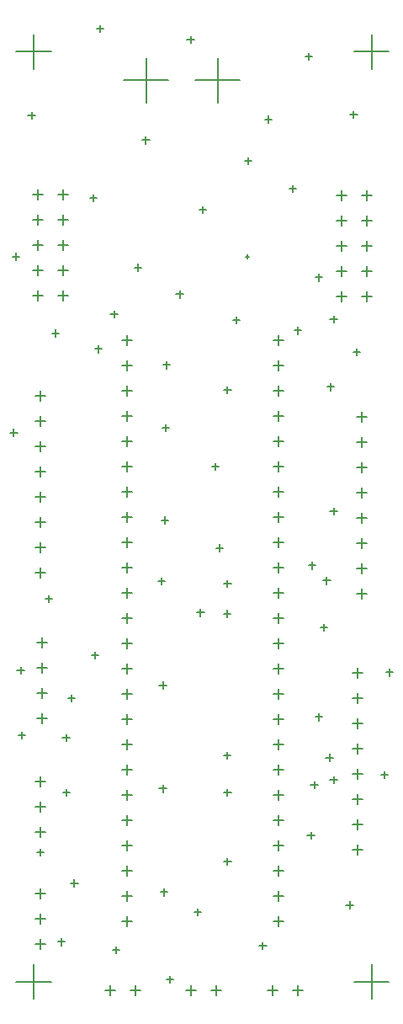
<source format=gbr>
%TF.GenerationSoftware,Altium Limited,Altium Designer,19.1.8 (144)*%
G04 Layer_Color=128*
%FSLAX26Y26*%
%MOIN*%
%TF.FileFunction,Drillmap*%
%TF.Part,Single*%
G01*
G75*
%TA.AperFunction,NonConductor*%
%ADD55C,0.005000*%
D55*
X1419882Y680118D02*
X1460039D01*
X1439961Y660039D02*
Y700197D01*
X1419882Y780118D02*
X1460039D01*
X1439961Y760039D02*
Y800197D01*
X1419882Y880118D02*
X1460039D01*
X1439961Y860039D02*
Y900197D01*
X1419882Y980118D02*
X1460039D01*
X1439961Y960039D02*
Y1000197D01*
X1419882Y1080118D02*
X1460039D01*
X1439961Y1060039D02*
Y1100197D01*
X1419882Y1180118D02*
X1460039D01*
X1439961Y1160039D02*
Y1200197D01*
X1419882Y1280118D02*
X1460039D01*
X1439961Y1260039D02*
Y1300197D01*
X1419882Y1380118D02*
X1460039D01*
X1439961Y1360039D02*
Y1400197D01*
X1082677Y124016D02*
X1122835D01*
X1102756Y103937D02*
Y144095D01*
X1182677Y124016D02*
X1222835D01*
X1202756Y103937D02*
Y144095D01*
X761417Y122047D02*
X801575D01*
X781496Y101969D02*
Y142126D01*
X861417Y122047D02*
X901575D01*
X881496Y101969D02*
Y142126D01*
X439567Y124016D02*
X479724D01*
X459646Y103937D02*
Y144095D01*
X539567Y124016D02*
X579724D01*
X559646Y103937D02*
Y144095D01*
X164961Y306890D02*
X205118D01*
X185039Y286811D02*
Y326969D01*
X164961Y406890D02*
X205118D01*
X185039Y386811D02*
Y426969D01*
X164961Y506890D02*
X205118D01*
X185039Y486811D02*
Y526968D01*
X164961Y749803D02*
X205118D01*
X185039Y729724D02*
Y769882D01*
X164961Y849803D02*
X205118D01*
X185039Y829724D02*
Y869882D01*
X164961Y949803D02*
X205118D01*
X185039Y929724D02*
Y969882D01*
X169882Y1500197D02*
X210039D01*
X189961Y1480118D02*
Y1520276D01*
X169882Y1400197D02*
X210039D01*
X189961Y1380118D02*
Y1420276D01*
X169882Y1200197D02*
X210039D01*
X189961Y1180118D02*
Y1220276D01*
X169882Y1300197D02*
X210039D01*
X189961Y1280118D02*
Y1320276D01*
X1108937Y1097441D02*
X1148937D01*
X1128937Y1077441D02*
Y1117441D01*
X1108937Y1197441D02*
X1148937D01*
X1128937Y1177441D02*
Y1217441D01*
X1108937Y1297441D02*
X1148937D01*
X1128937Y1277441D02*
Y1317441D01*
X1108937Y2697441D02*
X1148937D01*
X1128937Y2677441D02*
Y2717441D01*
X1108937Y2597441D02*
X1148937D01*
X1128937Y2577441D02*
Y2617441D01*
X1108937Y2497441D02*
X1148937D01*
X1128937Y2477441D02*
Y2517441D01*
X508937Y1297441D02*
X548937D01*
X528937Y1277441D02*
Y1317441D01*
X1108937Y997441D02*
X1148937D01*
X1128937Y977441D02*
Y1017441D01*
X1108937Y897441D02*
X1148937D01*
X1128937Y877441D02*
Y917441D01*
X1108937Y797441D02*
X1148937D01*
X1128937Y777441D02*
Y817441D01*
X1108937Y697441D02*
X1148937D01*
X1128937Y677441D02*
Y717441D01*
X1108937Y597441D02*
X1148937D01*
X1128937Y577441D02*
Y617441D01*
X1108937Y497441D02*
X1148937D01*
X1128937Y477441D02*
Y517441D01*
X1108937Y397441D02*
X1148937D01*
X1128937Y377441D02*
Y417441D01*
X508937Y397441D02*
X548937D01*
X528937Y377441D02*
Y417441D01*
X508937Y497441D02*
X548937D01*
X528937Y477441D02*
Y517441D01*
X508937Y597441D02*
X548937D01*
X528937Y577441D02*
Y617441D01*
X508937Y697441D02*
X548937D01*
X528937Y677441D02*
Y717441D01*
X508937Y797441D02*
X548937D01*
X528937Y777441D02*
Y817441D01*
X508937Y897441D02*
X548937D01*
X528937Y877441D02*
Y917441D01*
X508937Y997441D02*
X548937D01*
X528937Y977441D02*
Y1017441D01*
X508937Y1097441D02*
X548937D01*
X528937Y1077441D02*
Y1117441D01*
X508937Y1197441D02*
X548937D01*
X528937Y1177441D02*
Y1217441D01*
X1108937Y2397441D02*
X1148937D01*
X1128937Y2377441D02*
Y2417441D01*
X1108937Y2297441D02*
X1148937D01*
X1128937Y2277441D02*
Y2317441D01*
X1108937Y2197441D02*
X1148937D01*
X1128937Y2177441D02*
Y2217441D01*
X1108937Y2097441D02*
X1148937D01*
X1128937Y2077441D02*
Y2117441D01*
X1108937Y1997441D02*
X1148937D01*
X1128937Y1977441D02*
Y2017441D01*
X1108937Y1897441D02*
X1148937D01*
X1128937Y1877441D02*
Y1917441D01*
X1108937Y1797441D02*
X1148937D01*
X1128937Y1777441D02*
Y1817441D01*
X1108937Y1697441D02*
X1148937D01*
X1128937Y1677441D02*
Y1717441D01*
X1108937Y1597441D02*
X1148937D01*
X1128937Y1577441D02*
Y1617441D01*
X1108937Y1497441D02*
X1148937D01*
X1128937Y1477441D02*
Y1517441D01*
X1108937Y1397441D02*
X1148937D01*
X1128937Y1377441D02*
Y1417441D01*
X508937Y1397441D02*
X548937D01*
X528937Y1377441D02*
Y1417441D01*
X508937Y1497441D02*
X548937D01*
X528937Y1477441D02*
Y1517441D01*
X508937Y1597441D02*
X548937D01*
X528937Y1577441D02*
Y1617441D01*
X508937Y1697441D02*
X548937D01*
X528937Y1677441D02*
Y1717441D01*
X508937Y1797441D02*
X548937D01*
X528937Y1777441D02*
Y1817441D01*
X508937Y1897441D02*
X548937D01*
X528937Y1877441D02*
Y1917441D01*
X508937Y1997441D02*
X548937D01*
X528937Y1977441D02*
Y2017441D01*
X508937Y2097441D02*
X548937D01*
X528937Y2077441D02*
Y2117441D01*
X508937Y2197441D02*
X548937D01*
X528937Y2177441D02*
Y2217441D01*
X508937Y2297441D02*
X548937D01*
X528937Y2277441D02*
Y2317441D01*
X508937Y2397441D02*
X548937D01*
X528937Y2377441D02*
Y2417441D01*
X508937Y2497441D02*
X548937D01*
X528937Y2477441D02*
Y2517441D01*
X508937Y2597441D02*
X548937D01*
X528937Y2577441D02*
Y2617441D01*
X508937Y2697441D02*
X548937D01*
X528937Y2677441D02*
Y2717441D01*
X1438583Y1694094D02*
X1478740D01*
X1458661Y1674016D02*
Y1714173D01*
X1438583Y1794094D02*
X1478740D01*
X1458661Y1774016D02*
Y1814173D01*
X1438583Y1894094D02*
X1478740D01*
X1458661Y1874016D02*
Y1914173D01*
X1438583Y1994094D02*
X1478740D01*
X1458661Y1974016D02*
Y2014173D01*
X1438583Y2094095D02*
X1478740D01*
X1458661Y2074016D02*
Y2114173D01*
X1438583Y2194095D02*
X1478740D01*
X1458661Y2174016D02*
Y2214173D01*
X1438583Y2294095D02*
X1478740D01*
X1458661Y2274016D02*
Y2314173D01*
X1438583Y2394095D02*
X1478740D01*
X1458661Y2374016D02*
Y2414173D01*
X514882Y3725000D02*
X692047D01*
X603465Y3636417D02*
Y3813583D01*
X798346Y3725000D02*
X975512D01*
X886929Y3636417D02*
Y3813583D01*
X1427165Y3838583D02*
X1564961D01*
X1496063Y3769685D02*
Y3907480D01*
X88583Y3838583D02*
X226378D01*
X157480Y3769685D02*
Y3907480D01*
X88583Y157480D02*
X226378D01*
X157480Y88583D02*
Y226378D01*
X1427165Y157480D02*
X1564961D01*
X1496063Y88583D02*
Y226378D01*
X1456299Y3270866D02*
X1496457D01*
X1476378Y3250787D02*
Y3290945D01*
X1456299Y3170866D02*
X1496457D01*
X1476378Y3150787D02*
Y3190945D01*
X1356299Y3270866D02*
X1396457D01*
X1376378Y3250787D02*
Y3290945D01*
X1356299Y3170866D02*
X1396457D01*
X1376378Y3150787D02*
Y3190945D01*
X1356299Y3070866D02*
X1396457D01*
X1376378Y3050787D02*
Y3090945D01*
X1356299Y2970866D02*
X1396457D01*
X1376378Y2950787D02*
Y2990945D01*
X1356299Y2870866D02*
X1396457D01*
X1376378Y2850787D02*
Y2890945D01*
X1456299Y3070866D02*
X1496457D01*
X1476378Y3050787D02*
Y3090945D01*
X1456299Y2970866D02*
X1496457D01*
X1476378Y2950787D02*
Y2990945D01*
X1456299Y2870866D02*
X1496457D01*
X1476378Y2850787D02*
Y2890945D01*
X164961Y2474803D02*
X205118D01*
X185039Y2454724D02*
Y2494882D01*
X164961Y2374803D02*
X205118D01*
X185039Y2354724D02*
Y2394882D01*
X164961Y2274803D02*
X205118D01*
X185039Y2254724D02*
Y2294882D01*
X164961Y2174803D02*
X205118D01*
X185039Y2154724D02*
Y2194882D01*
X164961Y2074803D02*
X205118D01*
X185039Y2054724D02*
Y2094882D01*
X164961Y1974803D02*
X205118D01*
X185039Y1954724D02*
Y1994882D01*
X164961Y1874803D02*
X205118D01*
X185039Y1854724D02*
Y1894882D01*
X164961Y1774803D02*
X205118D01*
X185039Y1754724D02*
Y1794882D01*
X255512Y3272441D02*
X295669D01*
X275591Y3252362D02*
Y3292520D01*
X255512Y3172441D02*
X295669D01*
X275591Y3152362D02*
Y3192520D01*
X155512Y3272441D02*
X195669D01*
X175591Y3252362D02*
Y3292520D01*
X155512Y3172441D02*
X195669D01*
X175591Y3152362D02*
Y3192520D01*
X155512Y3072441D02*
X195669D01*
X175591Y3052362D02*
Y3092520D01*
X155512Y2972441D02*
X195669D01*
X175591Y2952362D02*
Y2992520D01*
X155512Y2872441D02*
X195669D01*
X175591Y2852362D02*
Y2892520D01*
X255512Y3072441D02*
X295669D01*
X275591Y3052362D02*
Y3092520D01*
X255512Y2972441D02*
X295669D01*
X275591Y2952362D02*
Y2992520D01*
X255512Y2872441D02*
X295669D01*
X275591Y2852362D02*
Y2892520D01*
X671043Y2598425D02*
X699035D01*
X685039Y2584429D02*
Y2612421D01*
X667106Y2350394D02*
X695098D01*
X681102Y2336398D02*
Y2364390D01*
X863957Y2196850D02*
X891949D01*
X877953Y2182854D02*
Y2210846D01*
X663169Y1984252D02*
X691161D01*
X677165Y1970256D02*
Y1998248D01*
X879705Y1874016D02*
X907697D01*
X893701Y1860020D02*
Y1888012D01*
X72618Y3027559D02*
X100610D01*
X86614Y3013563D02*
Y3041555D01*
X556870Y2984252D02*
X584862D01*
X570866Y2970256D02*
Y2998248D01*
X399390Y2661417D02*
X427382D01*
X413386Y2647421D02*
Y2675413D01*
X462382Y2799213D02*
X490374D01*
X476378Y2785217D02*
Y2813209D01*
X230099Y2724409D02*
X258091D01*
X244095Y2710413D02*
Y2738405D01*
X64744Y2330709D02*
X92736D01*
X78740Y2316713D02*
Y2344705D01*
X202539Y1673228D02*
X230531D01*
X216535Y1659232D02*
Y1687224D01*
X387579Y1448819D02*
X415571D01*
X401575Y1434823D02*
Y1462815D01*
X293091Y1279528D02*
X321083D01*
X307087Y1265532D02*
Y1293524D01*
X273406Y905512D02*
X301398D01*
X287402Y891516D02*
Y919508D01*
X92303Y1389764D02*
X120295D01*
X106299Y1375768D02*
Y1403760D01*
X96240Y1133858D02*
X124232D01*
X110236Y1119862D02*
Y1147854D01*
X253720Y314961D02*
X281712D01*
X267716Y300965D02*
Y328957D01*
X171043Y669291D02*
X199035D01*
X185039Y655295D02*
Y683287D01*
X304902Y547244D02*
X332894D01*
X318898Y533248D02*
Y561240D01*
X804902Y1618110D02*
X832894D01*
X818898Y1604114D02*
Y1632106D01*
X655295Y1330709D02*
X683287D01*
X669291Y1316713D02*
Y1344705D01*
X655295Y921260D02*
X683287D01*
X669291Y907264D02*
Y935256D01*
X659232Y511811D02*
X687224D01*
X673228Y497815D02*
Y525807D01*
X911201Y633858D02*
X939193D01*
X925197Y619862D02*
Y647854D01*
X470256Y283465D02*
X498248D01*
X484252Y269469D02*
Y297461D01*
X682854Y165354D02*
X710846D01*
X696850Y151358D02*
Y179350D01*
X1051593Y300553D02*
X1079585D01*
X1065589Y286557D02*
Y314549D01*
X1395453Y460630D02*
X1423445D01*
X1409449Y446634D02*
Y474626D01*
X1241909Y736221D02*
X1269901D01*
X1255906Y722225D02*
Y750216D01*
X1332461Y956693D02*
X1360453D01*
X1346457Y942697D02*
Y970689D01*
X1533248Y976378D02*
X1561240D01*
X1547244Y962382D02*
Y990374D01*
X1552933Y1381890D02*
X1580925D01*
X1566929Y1367894D02*
Y1395886D01*
X1273406Y1204724D02*
X1301398D01*
X1287402Y1190728D02*
Y1218720D01*
X1293091Y1559055D02*
X1321083D01*
X1307087Y1545059D02*
Y1573051D01*
X1332461Y2019685D02*
X1360453D01*
X1346457Y2005689D02*
Y2033681D01*
X1320650Y2511811D02*
X1348642D01*
X1334646Y2497815D02*
Y2525807D01*
X1423012Y2649606D02*
X1451004D01*
X1437008Y2635610D02*
Y2663602D01*
X1332461Y2779528D02*
X1360453D01*
X1346457Y2765532D02*
Y2793524D01*
X1273406Y2944882D02*
X1301398D01*
X1287402Y2930886D02*
Y2958878D01*
X1411201Y3590551D02*
X1439193D01*
X1425197Y3576555D02*
Y3604547D01*
X1072618Y3570866D02*
X1100610D01*
X1086614Y3556870D02*
Y3584862D01*
X765532Y3885827D02*
X793524D01*
X779528Y3871831D02*
Y3899823D01*
X1234035Y3818898D02*
X1262027D01*
X1248032Y3804902D02*
Y3832894D01*
X407264Y3929134D02*
X435256D01*
X421260Y3915138D02*
Y3943130D01*
X135610Y3586614D02*
X163602D01*
X149606Y3572618D02*
Y3600610D01*
X379705Y3259843D02*
X407697D01*
X393701Y3245847D02*
Y3273838D01*
X946634Y2775591D02*
X974626D01*
X960630Y2761595D02*
Y2789587D01*
X996063Y3027559D02*
X1011811D01*
X1003937Y3019685D02*
Y3035433D01*
X1171043Y3295276D02*
X1199035D01*
X1185039Y3281280D02*
Y3309272D01*
X812776Y3212598D02*
X840768D01*
X826772Y3198602D02*
Y3226594D01*
X722225Y2877953D02*
X750216D01*
X736221Y2863957D02*
Y2891949D01*
X588366Y3488189D02*
X616358D01*
X602362Y3474193D02*
Y3502185D01*
X793087Y433071D02*
X821087D01*
X807087Y419071D02*
Y447071D01*
X911197Y2500000D02*
X939197D01*
X925197Y2486000D02*
Y2514000D01*
X272051Y1122047D02*
X300051D01*
X286051Y1108047D02*
Y1136047D01*
X911197Y905512D02*
X939197D01*
X925197Y891512D02*
Y919512D01*
X911197Y1732284D02*
X939197D01*
X925197Y1718284D02*
Y1746284D01*
X1190232Y2734646D02*
X1218232D01*
X1204232Y2720646D02*
Y2748646D01*
X992890Y3405512D02*
X1020890D01*
X1006890Y3391512D02*
Y3419512D01*
X650370Y1742126D02*
X678370D01*
X664370Y1728126D02*
Y1756126D01*
X909228Y1614173D02*
X937228D01*
X923228Y1600173D02*
Y1628173D01*
X910213Y1052165D02*
X938213D01*
X924213Y1038165D02*
Y1066165D01*
X1246827Y1805118D02*
X1274827D01*
X1260827Y1791118D02*
Y1819118D01*
X1304898Y1745079D02*
X1332898D01*
X1318898Y1731079D02*
Y1759079D01*
X1255685Y936024D02*
X1283685D01*
X1269685Y922024D02*
Y950024D01*
X1315724Y1044291D02*
X1343724D01*
X1329724Y1030291D02*
Y1058291D01*
%TF.MD5,96ccf8ca5c5f724eb1e10d15d2d17475*%
M02*

</source>
